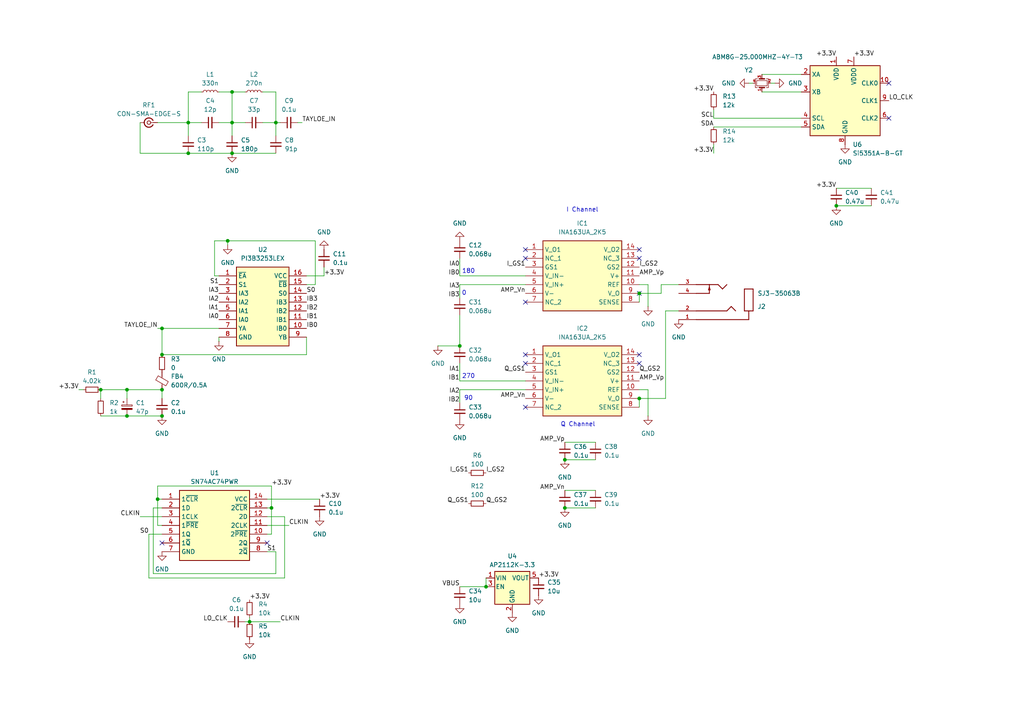
<source format=kicad_sch>
(kicad_sch (version 20231120) (generator "eeschema") (generator_version "8.0")
  (paper "A4")
  (lib_symbols
    (symbol "Connector:Conn_Coaxial_Small" (pin_numbers hide) (pin_names (offset 1.016) hide)
      (property "Reference" "J" (at 0.254 3.048 0))
      (property "Value" "Conn_Coaxial_Small" (at 0 -3.81 0))
      (symbol "Conn_Coaxial_Small_0_1"
        (polyline (pts (xy -2.54 0) (xy -0.508 0)))
        (circle (center 0 0) (radius 0.508) (stroke (width 0.2032)))
      )
      (symbol "Conn_Coaxial_Small_1_1"
        (arc (start -1.1916 -0.6311) (mid 0.327 -1.3081) (end 1.3484 0.0039) (stroke (width 0.3048)))
        (arc (start 1.3484 -0.0039) (mid 0.327 1.3081) (end -1.1916 0.6311) (stroke (width 0.3048)))
        (pin passive line (at -2.54 0 0) (length 1.27) (name "In") (number "1"))
        (pin passive line (at 2.54 0 180) (length 1.27) (name "Ext") (number "2"))
      )
    )
    (symbol "Device:C_Polarized_Small" (pin_numbers hide) (pin_names (offset 0.254) hide)
      (property "Reference" "C" (at 0.254 1.778 0))
      (property "Value" "C_Polarized_Small" (at 0.254 -2.032 0))
      (symbol "C_Polarized_Small_0_1"
        (rectangle (start -1.524 -0.3048) (end 1.524 -0.6858) (fill (type outline)))
        (rectangle (start -1.524 0.6858) (end 1.524 0.3048))
        (polyline (pts (xy -1.27 1.524) (xy -0.762 1.524)))
        (polyline (pts (xy -1.016 1.27) (xy -1.016 1.778)))
      )
      (symbol "C_Polarized_Small_1_1"
        (pin passive line (at 0 2.54 270) (length 1.8542) (name "~") (number "1"))
        (pin passive line (at 0 -2.54 90) (length 1.8542) (name "~") (number "2"))
      )
    )
    (symbol "Device:C_Small" (pin_numbers hide) (pin_names (offset 0.254) hide)
      (property "Reference" "C" (at 0.254 1.778 0))
      (property "Value" "C_Small" (at 0.254 -2.032 0))
      (symbol "C_Small_0_1"
        (polyline (pts (xy -1.524 -0.508) (xy 1.524 -0.508)) (stroke (width 0.3302)))
        (polyline (pts (xy -1.524 0.508) (xy 1.524 0.508)) (stroke (width 0.3048)))
      )
      (symbol "C_Small_1_1"
        (pin passive line (at 0 2.54 270) (length 2.032) (name "~") (number "1"))
        (pin passive line (at 0 -2.54 90) (length 2.032) (name "~") (number "2"))
      )
    )
    (symbol "Device:Crystal_GND24_Small" (pin_names (offset 1.016) hide)
      (property "Reference" "Y" (at 1.27 4.445 0))
      (property "Value" "Crystal_GND24_Small" (at 1.27 2.54 0))
      (symbol "Crystal_GND24_Small_0_1"
        (rectangle (start -0.762 -1.524) (end 0.762 1.524))
        (polyline (pts (xy -1.27 -0.762) (xy -1.27 0.762)) (stroke (width 0.381)))
        (polyline (pts (xy 1.27 -0.762) (xy 1.27 0.762)) (stroke (width 0.381)))
        (polyline (pts (xy -1.27 -1.27) (xy -1.27 -1.905) (xy 1.27 -1.905) (xy 1.27 -1.27)))
        (polyline (pts (xy -1.27 1.27) (xy -1.27 1.905) (xy 1.27 1.905) (xy 1.27 1.27)))
      )
      (symbol "Crystal_GND24_Small_1_1"
        (pin passive line (at -2.54 0 0) (length 1.27) (name "1") (number "1"))
        (pin passive line (at 0 -2.54 90) (length 0.635) (name "2") (number "2"))
        (pin passive line (at 2.54 0 180) (length 1.27) (name "3") (number "3"))
        (pin passive line (at 0 2.54 270) (length 0.635) (name "4") (number "4"))
      )
    )
    (symbol "Device:FerriteBead_Small" (pin_numbers hide) (pin_names (offset 0))
      (property "Reference" "FB" (at 1.905 1.27 0))
      (property "Value" "FerriteBead_Small" (at 1.905 -1.27 0))
      (symbol "FerriteBead_Small_0_1"
        (polyline (pts (xy 0 -1.27) (xy 0 -0.7874)))
        (polyline (pts (xy 0 0.889) (xy 0 1.2954)))
        (polyline (pts (xy -1.8288 0.2794) (xy -1.1176 1.4986) (xy 1.8288 -0.2032) (xy 1.1176 -1.4224) (xy -1.8288 0.2794)))
      )
      (symbol "FerriteBead_Small_1_1"
        (pin passive line (at 0 2.54 270) (length 1.27) (name "~") (number "1"))
        (pin passive line (at 0 -2.54 90) (length 1.27) (name "~") (number "2"))
      )
    )
    (symbol "Device:L_Small" (pin_numbers hide) (pin_names (offset 0.254) hide)
      (property "Reference" "L" (at 0.762 1.016 0))
      (property "Value" "L_Small" (at 0.762 -1.016 0))
      (symbol "L_Small_0_1"
        (arc (start 0 -2.032) (mid 0.5058 -1.524) (end 0 -1.016))
        (arc (start 0 -1.016) (mid 0.5058 -0.508) (end 0 0))
        (arc (start 0 0) (mid 0.5058 0.508) (end 0 1.016))
        (arc (start 0 1.016) (mid 0.5058 1.524) (end 0 2.032))
      )
      (symbol "L_Small_1_1"
        (pin passive line (at 0 2.54 270) (length 0.508) (name "~") (number "1"))
        (pin passive line (at 0 -2.54 90) (length 0.508) (name "~") (number "2"))
      )
    )
    (symbol "Device:R_Small" (pin_numbers hide) (pin_names (offset 0.254) hide)
      (property "Reference" "R" (at 0.762 0.508 0))
      (property "Value" "R_Small" (at 0.762 -1.016 0))
      (symbol "R_Small_0_1"
        (rectangle (start -0.762 1.778) (end 0.762 -1.778) (stroke (width 0.2032)))
      )
      (symbol "R_Small_1_1"
        (pin passive line (at 0 2.54 270) (length 0.762) (name "~") (number "1"))
        (pin passive line (at 0 -2.54 90) (length 0.762) (name "~") (number "2"))
      )
    )
    (symbol "Oscillator:Si5351A-B-GT"
      (property "Reference" "U" (at -8.89 11.43 0))
      (property "Value" "Si5351A-B-GT" (at -12.7 -12.7 0))
      (symbol "Si5351A-B-GT_0_1"
        (rectangle (start -10.16 10.16) (end 10.16 -10.16) (stroke (width 0.254)) (fill (type background)))
      )
      (symbol "Si5351A-B-GT_1_1"
        (pin power_in line (at -2.54 12.7 270) (length 2.54) (name "VDD") (number "1"))
        (pin output line (at 12.7 5.08 180) (length 2.54) (name "CLK0") (number "10"))
        (pin input line (at -12.7 7.62 0) (length 2.54) (name "XA") (number "2"))
        (pin input line (at -12.7 2.54 0) (length 2.54) (name "XB") (number "3"))
        (pin input line (at -12.7 -5.08 0) (length 2.54) (name "SCL") (number "4"))
        (pin bidirectional line (at -12.7 -7.62 0) (length 2.54) (name "SDA") (number "5"))
        (pin output line (at 12.7 -5.08 180) (length 2.54) (name "CLK2") (number "6"))
        (pin power_in line (at 2.54 12.7 270) (length 2.54) (name "VDDO") (number "7"))
        (pin power_in line (at 0 -12.7 90) (length 2.54) (name "GND") (number "8"))
        (pin output line (at 12.7 0 180) (length 2.54) (name "CLK1") (number "9"))
      )
    )
    (symbol "Regulator_Linear:AP2112K-3.3" (pin_names (offset 0.254))
      (property "Reference" "U" (at -5.08 5.715 0))
      (property "Value" "AP2112K-3.3" (at 0 5.715 0))
      (symbol "AP2112K-3.3_0_1"
        (rectangle (start -5.08 4.445) (end 5.08 -5.08) (stroke (width 0.254)) (fill (type background)))
      )
      (symbol "AP2112K-3.3_1_1"
        (pin power_in line (at -7.62 2.54 0) (length 2.54) (name "VIN") (number "1"))
        (pin power_in line (at 0 -7.62 90) (length 2.54) (name "GND") (number "2"))
        (pin input line (at -7.62 0 0) (length 2.54) (name "EN") (number "3"))
        (pin no_connect line (at 5.08 0 180) (length 2.54) hide (name "NC") (number "4"))
        (pin power_out line (at 7.62 2.54 180) (length 2.54) (name "VOUT") (number "5"))
      )
    )
    (symbol "power:GND" (power) (pin_numbers hide) (pin_names (offset 0) hide)
      (property "Value" "GND" (at 0 -3.81 0))
      (symbol "GND_0_1"
        (polyline (pts (xy 0 0) (xy 0 -1.27) (xy 1.27 -1.27) (xy 0 -2.54) (xy -1.27 -1.27) (xy 0 -1.27)))
      )
      (symbol "GND_1_1"
        (pin power_in line (at 0 0 270) (length 0) (name "~") (number "1"))
      )
    )
    (symbol "tayloe:INA163UA_2K5"
      (property "Reference" "IC" (at 29.21 7.62 0))
      (property "Value" "INA163UA_2K5" (at 29.21 5.08 0))
      (symbol "INA163UA_2K5_1_1"
        (rectangle (start 5.08 2.54) (end 27.94 -17.78) (stroke (width 0.254)) (fill (type background)))
        (pin passive line (at 0 0 0) (length 5.08) (name "V_O1") (number "1"))
        (pin passive line (at 33.02 -10.16 180) (length 5.08) (name "REF") (number "10"))
        (pin passive line (at 33.02 -7.62 180) (length 5.08) (name "V+") (number "11"))
        (pin passive line (at 33.02 -5.08 180) (length 5.08) (name "GS2") (number "12"))
        (pin passive line (at 33.02 -2.54 180) (length 5.08) (name "NC_3") (number "13"))
        (pin passive line (at 33.02 0 180) (length 5.08) (name "V_O2") (number "14"))
        (pin passive line (at 0 -2.54 0) (length 5.08) (name "NC_1") (number "2"))
        (pin passive line (at 0 -5.08 0) (length 5.08) (name "GS1") (number "3"))
        (pin passive line (at 0 -7.62 0) (length 5.08) (name "V_IN-") (number "4"))
        (pin passive line (at 0 -10.16 0) (length 5.08) (name "V_IN+") (number "5"))
        (pin passive line (at 0 -12.7 0) (length 5.08) (name "V-") (number "6"))
        (pin passive line (at 0 -15.24 0) (length 5.08) (name "NC_2") (number "7"))
        (pin passive line (at 33.02 -15.24 180) (length 5.08) (name "SENSE") (number "8"))
        (pin passive line (at 33.02 -12.7 180) (length 5.08) (name "V_O") (number "9"))
      )
    )
    (symbol "tayloe:PI3B3253LEX"
      (property "Reference" "U" (at 21.59 7.62 0))
      (property "Value" "PI3B3253LEX" (at 21.59 5.08 0))
      (symbol "PI3B3253LEX_1_1"
        (rectangle (start 5.08 2.54) (end 20.32 -20.32) (stroke (width 0.254)) (fill (type background)))
        (pin passive line (at 0 0 0) (length 5.08) (name "~{EA}") (number "1"))
        (pin passive line (at 25.4 -15.24 180) (length 5.08) (name "IB0") (number "10"))
        (pin passive line (at 25.4 -12.7 180) (length 5.08) (name "IB1") (number "11"))
        (pin passive line (at 25.4 -10.16 180) (length 5.08) (name "IB2") (number "12"))
        (pin passive line (at 25.4 -7.62 180) (length 5.08) (name "IB3") (number "13"))
        (pin passive line (at 25.4 -5.08 180) (length 5.08) (name "S0") (number "14"))
        (pin passive line (at 25.4 -2.54 180) (length 5.08) (name "~{EB}") (number "15"))
        (pin passive line (at 25.4 0 180) (length 5.08) (name "VCC") (number "16"))
        (pin passive line (at 0 -2.54 0) (length 5.08) (name "S1") (number "2"))
        (pin passive line (at 0 -5.08 0) (length 5.08) (name "IA3") (number "3"))
        (pin passive line (at 0 -7.62 0) (length 5.08) (name "IA2") (number "4"))
        (pin passive line (at 0 -10.16 0) (length 5.08) (name "IA1") (number "5"))
        (pin passive line (at 0 -12.7 0) (length 5.08) (name "IA0") (number "6"))
        (pin passive line (at 0 -15.24 0) (length 5.08) (name "YA") (number "7"))
        (pin passive line (at 0 -17.78 0) (length 5.08) (name "GND") (number "8"))
        (pin passive line (at 25.4 -17.78 180) (length 5.08) (name "YB") (number "9"))
      )
    )
    (symbol "tayloe:SJ3-35063B" (pin_names (offset 1.016) hide)
      (property "Reference" "J" (at -10.16 7.62 0))
      (property "Value" "SJ3-35063B" (at -10.16 -7.62 0))
      (symbol "SJ3-35063B_0_0"
        (polyline (pts (xy -8.89 -3.81) (xy -8.89 2.54)) (stroke (width 0.254)))
        (polyline (pts (xy -8.89 2.54) (xy -7.62 2.54)) (stroke (width 0.254)))
        (polyline (pts (xy -7.62 2.54) (xy -7.62 5.08)) (stroke (width 0.254)))
        (polyline (pts (xy -7.62 2.54) (xy -6.35 2.54)) (stroke (width 0.254)))
        (polyline (pts (xy -7.62 5.08) (xy 7.62 5.08)) (stroke (width 0.254)))
        (polyline (pts (xy -6.35 -3.81) (xy -8.89 -3.81)) (stroke (width 0.254)))
        (polyline (pts (xy -6.35 2.54) (xy -6.35 -3.81)) (stroke (width 0.254)))
        (polyline (pts (xy -3.81 2.54) (xy -2.54 1.27)) (stroke (width 0.254)))
        (polyline (pts (xy -2.54 1.27) (xy -1.27 2.54)) (stroke (width 0.254)))
        (polyline (pts (xy -1.27 -5.08) (xy 0 -3.81)) (stroke (width 0.254)))
        (polyline (pts (xy -1.27 2.54) (xy 7.62 2.54)) (stroke (width 0.254)))
        (polyline (pts (xy 0 -3.81) (xy 1.27 -5.08)) (stroke (width 0.254)))
        (polyline (pts (xy 1.27 -5.08) (xy 3.81 -5.08)) (stroke (width 0.254)))
        (polyline (pts (xy 3.81 -5.08) (xy 7.62 -5.08)) (stroke (width 0.254)))
        (polyline (pts (xy 3.81 -2.54) (xy 3.81 -5.08)) (stroke (width 0.254)))
        (polyline (pts (xy 3.81 -2.54) (xy 7.62 -2.54)) (stroke (width 0.254)))
        (polyline (pts (xy 3.81 -4.318) (xy 4.064 -3.556) (xy 3.556 -3.556) (xy 3.81 -4.318)) (stroke (width 0.254)) (fill (type background)))
        (pin passive line (at 12.7 5.08 180) (length 5.08) (name "~") (number "1"))
        (pin passive line (at 12.7 2.54 180) (length 5.08) (name "~") (number "2"))
        (pin passive line (at 12.7 -5.08 180) (length 5.08) (name "~") (number "3"))
        (pin passive line (at 12.7 -2.54 180) (length 5.08) (name "~") (number "4"))
      )
    )
    (symbol "tayloe:SN74AC74PWR"
      (property "Reference" "U" (at 26.67 7.62 0))
      (property "Value" "SN74AC74PWR" (at 26.67 5.08 0))
      (symbol "SN74AC74PWR_1_1"
        (rectangle (start 5.08 2.54) (end 25.4 -17.78) (stroke (width 0.254)) (fill (type background)))
        (pin passive line (at 0 0 0) (length 5.08) (name "1~{CLR}") (number "1"))
        (pin passive line (at 30.48 -10.16 180) (length 5.08) (name "2~{PRE}") (number "10"))
        (pin passive line (at 30.48 -7.62 180) (length 5.08) (name "2CLK") (number "11"))
        (pin passive line (at 30.48 -5.08 180) (length 5.08) (name "2D") (number "12"))
        (pin passive line (at 30.48 -2.54 180) (length 5.08) (name "2~{CLR}") (number "13"))
        (pin passive line (at 30.48 0 180) (length 5.08) (name "VCC") (number "14"))
        (pin passive line (at 0 -2.54 0) (length 5.08) (name "1D") (number "2"))
        (pin passive line (at 0 -5.08 0) (length 5.08) (name "1CLK") (number "3"))
        (pin passive line (at 0 -7.62 0) (length 5.08) (name "1~{PRE}") (number "4"))
        (pin passive line (at 0 -10.16 0) (length 5.08) (name "1Q") (number "5"))
        (pin passive line (at 0 -12.7 0) (length 5.08) (name "1~{Q}") (number "6"))
        (pin passive line (at 0 -15.24 0) (length 5.08) (name "GND") (number "7"))
        (pin passive line (at 30.48 -15.24 180) (length 5.08) (name "2~{Q}") (number "8"))
        (pin passive line (at 30.48 -12.7 180) (length 5.08) (name "2Q") (number "9"))
      )
    )
  )
  (junction (at 140.97 170.18))
  (junction (at 66.04 69.85))
  (junction (at 185.42 85.09))
  (junction (at 67.31 44.45))
  (junction (at 45.72 144.78))
  (junction (at 54.61 35.56))
  (junction (at 46.99 120.65))
  (junction (at 163.83 133.35))
  (junction (at 46.99 113.03))
  (junction (at 67.31 26.67))
  (junction (at 72.39 180.34))
  (junction (at 67.31 35.56))
  (junction (at 46.99 95.25))
  (junction (at 80.01 35.56))
  (junction (at 46.99 102.87))
  (junction (at 163.83 147.32))
  (junction (at 78.74 147.32))
  (junction (at 29.21 113.03))
  (junction (at 185.42 115.57))
  (junction (at 36.83 120.65))
  (junction (at 242.57 59.69))
  (junction (at 54.61 44.45))
  (junction (at 36.83 113.03))
  (junction (at 133.35 100.33))
  (no_connect (at 257.81 24.13))
  (no_connect (at 152.4 105.41))
  (no_connect (at 77.47 157.48))
  (no_connect (at 185.42 102.87))
  (no_connect (at 46.99 157.48))
  (no_connect (at 185.42 105.41))
  (no_connect (at 185.42 85.09))
  (no_connect (at 152.4 118.11))
  (no_connect (at 152.4 74.93))
  (no_connect (at 152.4 87.63))
  (no_connect (at 152.4 72.39))
  (no_connect (at 257.81 34.29))
  (no_connect (at 185.42 74.93))
  (no_connect (at 185.42 72.39))
  (no_connect (at 152.4 102.87))
  (wire (pts (xy 45.72 95.25) (xy 46.99 95.25)))
  (wire (pts (xy 67.31 35.56) (xy 71.12 35.56)))
  (wire (pts (xy 45.72 144.78) (xy 45.72 140.97)))
  (wire (pts (xy 217.17 24.13) (xy 218.44 24.13)))
  (wire (pts (xy 78.74 154.94) (xy 77.47 154.94)))
  (wire (pts (xy 133.35 170.18) (xy 140.97 170.18)))
  (wire (pts (xy 80.01 26.67) (xy 80.01 35.56)))
  (wire (pts (xy 80.01 160.02) (xy 77.47 160.02)))
  (wire (pts (xy 185.42 85.09) (xy 185.42 87.63)))
  (wire (pts (xy 77.47 144.78) (xy 92.71 144.78)))
  (wire (pts (xy 72.39 180.34) (xy 81.28 180.34)))
  (wire (pts (xy 40.64 149.86) (xy 46.99 149.86)))
  (wire (pts (xy 207.01 34.29) (xy 232.41 34.29)))
  (wire (pts (xy 163.83 142.24) (xy 172.72 142.24)))
  (wire (pts (xy 133.35 74.93) (xy 133.35 80.01)))
  (wire (pts (xy 36.83 115.57) (xy 36.83 113.03)))
  (wire (pts (xy 54.61 35.56) (xy 54.61 26.67)))
  (wire (pts (xy 78.74 140.97) (xy 78.74 147.32)))
  (wire (pts (xy 220.98 26.67) (xy 232.41 26.67)))
  (wire (pts (xy 54.61 44.45) (xy 67.31 44.45)))
  (wire (pts (xy 36.83 113.03) (xy 46.99 113.03)))
  (wire (pts (xy 72.39 180.34) (xy 71.12 180.34)))
  (wire (pts (xy 77.47 147.32) (xy 78.74 147.32)))
  (wire (pts (xy 62.23 69.85) (xy 66.04 69.85)))
  (wire (pts (xy 40.64 35.56) (xy 40.64 44.45)))
  (wire (pts (xy 187.96 82.55) (xy 187.96 88.9)))
  (wire (pts (xy 46.99 113.03) (xy 46.99 115.57)))
  (wire (pts (xy 133.35 80.01) (xy 152.4 80.01)))
  (wire (pts (xy 67.31 35.56) (xy 67.31 39.37)))
  (wire (pts (xy 72.39 179.07) (xy 72.39 180.34)))
  (wire (pts (xy 224.79 24.13) (xy 223.52 24.13)))
  (wire (pts (xy 80.01 35.56) (xy 80.01 39.37)))
  (wire (pts (xy 54.61 39.37) (xy 54.61 35.56)))
  (wire (pts (xy 185.42 82.55) (xy 187.96 82.55)))
  (wire (pts (xy 93.98 77.47) (xy 93.98 80.01)))
  (wire (pts (xy 66.04 71.12) (xy 66.04 69.85)))
  (wire (pts (xy 185.42 85.09) (xy 191.77 85.09)))
  (wire (pts (xy 24.13 113.03) (xy 22.86 113.03)))
  (wire (pts (xy 207.01 36.83) (xy 232.41 36.83)))
  (wire (pts (xy 185.42 115.57) (xy 185.42 118.11)))
  (wire (pts (xy 77.47 149.86) (xy 82.55 149.86)))
  (wire (pts (xy 80.01 166.37) (xy 80.01 160.02)))
  (wire (pts (xy 127 100.33) (xy 133.35 100.33)))
  (wire (pts (xy 88.9 80.01) (xy 93.98 80.01)))
  (wire (pts (xy 81.28 35.56) (xy 80.01 35.56)))
  (wire (pts (xy 43.18 154.94) (xy 46.99 154.94)))
  (wire (pts (xy 29.21 120.65) (xy 36.83 120.65)))
  (wire (pts (xy 46.99 144.78) (xy 45.72 144.78)))
  (wire (pts (xy 185.42 115.57) (xy 193.04 115.57)))
  (wire (pts (xy 207.01 31.75) (xy 207.01 34.29)))
  (wire (pts (xy 40.64 44.45) (xy 54.61 44.45)))
  (wire (pts (xy 46.99 95.25) (xy 63.5 95.25)))
  (wire (pts (xy 133.35 100.33) (xy 133.35 91.44)))
  (wire (pts (xy 36.83 120.65) (xy 46.99 120.65)))
  (wire (pts (xy 140.97 167.64) (xy 140.97 170.18)))
  (wire (pts (xy 66.04 69.85) (xy 91.44 69.85)))
  (wire (pts (xy 45.72 35.56) (xy 54.61 35.56)))
  (wire (pts (xy 91.44 69.85) (xy 91.44 82.55)))
  (wire (pts (xy 54.61 26.67) (xy 58.42 26.67)))
  (wire (pts (xy 193.04 90.17) (xy 193.04 115.57)))
  (wire (pts (xy 207.01 41.91) (xy 207.01 44.45)))
  (wire (pts (xy 67.31 44.45) (xy 80.01 44.45)))
  (wire (pts (xy 46.99 147.32) (xy 44.45 147.32)))
  (wire (pts (xy 163.83 128.27) (xy 172.72 128.27)))
  (wire (pts (xy 45.72 152.4) (xy 46.99 152.4)))
  (wire (pts (xy 242.57 54.61) (xy 252.73 54.61)))
  (wire (pts (xy 46.99 95.25) (xy 46.99 102.87)))
  (wire (pts (xy 191.77 82.55) (xy 196.85 82.55)))
  (wire (pts (xy 63.5 80.01) (xy 62.23 80.01)))
  (wire (pts (xy 43.18 167.64) (xy 82.55 167.64)))
  (wire (pts (xy 242.57 59.69) (xy 252.73 59.69)))
  (wire (pts (xy 63.5 99.06) (xy 63.5 97.79)))
  (wire (pts (xy 163.83 133.35) (xy 172.72 133.35)))
  (wire (pts (xy 63.5 26.67) (xy 67.31 26.67)))
  (wire (pts (xy 29.21 113.03) (xy 36.83 113.03)))
  (wire (pts (xy 67.31 26.67) (xy 67.31 35.56)))
  (wire (pts (xy 152.4 113.03) (xy 133.35 113.03)))
  (wire (pts (xy 46.99 102.87) (xy 88.9 102.87)))
  (wire (pts (xy 196.85 90.17) (xy 193.04 90.17)))
  (wire (pts (xy 87.63 35.56) (xy 86.36 35.56)))
  (wire (pts (xy 43.18 167.64) (xy 43.18 154.94)))
  (wire (pts (xy 29.21 113.03) (xy 29.21 115.57)))
  (wire (pts (xy 82.55 149.86) (xy 82.55 167.64)))
  (wire (pts (xy 220.98 21.59) (xy 232.41 21.59)))
  (wire (pts (xy 62.23 80.01) (xy 62.23 69.85)))
  (wire (pts (xy 163.83 147.32) (xy 172.72 147.32)))
  (wire (pts (xy 133.35 82.55) (xy 133.35 86.36)))
  (wire (pts (xy 76.2 35.56) (xy 80.01 35.56)))
  (wire (pts (xy 44.45 166.37) (xy 80.01 166.37)))
  (wire (pts (xy 54.61 35.56) (xy 58.42 35.56)))
  (wire (pts (xy 133.35 113.03) (xy 133.35 116.84)))
  (wire (pts (xy 45.72 140.97) (xy 78.74 140.97)))
  (wire (pts (xy 44.45 147.32) (xy 44.45 166.37)))
  (wire (pts (xy 77.47 152.4) (xy 83.82 152.4)))
  (wire (pts (xy 88.9 97.79) (xy 88.9 102.87)))
  (wire (pts (xy 67.31 26.67) (xy 71.12 26.67)))
  (wire (pts (xy 133.35 110.49) (xy 152.4 110.49)))
  (wire (pts (xy 45.72 144.78) (xy 45.72 152.4)))
  (wire (pts (xy 187.96 113.03) (xy 187.96 120.65)))
  (wire (pts (xy 185.42 113.03) (xy 187.96 113.03)))
  (wire (pts (xy 78.74 147.32) (xy 78.74 154.94)))
  (wire (pts (xy 152.4 82.55) (xy 133.35 82.55)))
  (wire (pts (xy 63.5 35.56) (xy 67.31 35.56)))
  (wire (pts (xy 191.77 85.09) (xy 191.77 82.55)))
  (wire (pts (xy 133.35 105.41) (xy 133.35 110.49)))
  (wire (pts (xy 91.44 82.55) (xy 88.9 82.55)))
  (wire (pts (xy 76.2 26.67) (xy 80.01 26.67)))
  (text "180" (at 135.89 78.74 0) (effects (font (size 1.27 1.27))))
  (text "I Channel" (at 168.91 60.96 0) (effects (font (size 1.27 1.27))))
  (text "Q Channel" (at 167.64 123.19 0) (effects (font (size 1.27 1.27))))
  (text "90" (at 135.89 115.57 0) (effects (font (size 1.27 1.27))))
  (text "0" (at 134.62 85.09 0) (effects (font (size 1.27 1.27))))
  (text "270" (at 135.89 109.22 0) (effects (font (size 1.27 1.27))))
  (label "S0" (at 43.18 154.94 180))
  (label "AMP_Vp" (at 185.42 80.01 0))
  (label "AMP_Vp" (at 163.83 128.27 180))
  (label "S1" (at 77.47 160.02 0))
  (label "SDA" (at 207.01 36.83 180))
  (label "S1" (at 63.5 82.55 180))
  (label "I_GS2" (at 140.97 137.16 0))
  (label "AMP_Vn" (at 152.4 85.09 180))
  (label "Q_GS1" (at 135.89 146.05 180))
  (label "S0" (at 88.9 85.09 0))
  (label "IA0" (at 133.35 77.47 180))
  (label "CLKIN" (at 83.82 152.4 0))
  (label "LO_CLK" (at 66.04 180.34 180))
  (label "IA3" (at 63.5 85.09 180))
  (label "I_GS2" (at 185.42 77.47 0))
  (label "+3.3V" (at 22.86 113.03 180))
  (label "SCL" (at 207.01 34.29 180))
  (label "I_GS1" (at 152.4 77.47 180))
  (label "+3.3V" (at 156.21 167.64 0))
  (label "+3.3V" (at 242.57 54.61 180))
  (label "AMP_Vn" (at 163.83 142.24 180))
  (label "IB3" (at 88.9 87.63 0))
  (label "Q_GS2" (at 140.97 146.05 0))
  (label "AMP_Vn" (at 152.4 115.57 180))
  (label "IB0" (at 88.9 95.25 0))
  (label "+3.3V" (at 207.01 44.45 180))
  (label "IB3" (at 133.35 86.36 180))
  (label "IA2" (at 133.35 114.3 180))
  (label "VBUS" (at 133.35 170.18 180))
  (label "Q_GS2" (at 185.42 107.95 0))
  (label "IA1" (at 133.35 107.95 180))
  (label "I_GS1" (at 135.89 137.16 180))
  (label "IA0" (at 63.5 92.71 180))
  (label "CLKIN" (at 40.64 149.86 180))
  (label "+3.3V" (at 78.74 140.97 0))
  (label "IA3" (at 133.35 83.82 180))
  (label "IA1" (at 63.5 90.17 180))
  (label "+3.3V" (at 93.98 80.01 0))
  (label "+3.3V" (at 242.57 16.51 180))
  (label "IB2" (at 133.35 116.84 180))
  (label "+3.3V" (at 72.39 173.99 0))
  (label "TAYLOE_IN" (at 45.72 95.25 180))
  (label "CLKIN" (at 81.28 180.34 0))
  (label "IA2" (at 63.5 87.63 180))
  (label "IB1" (at 133.35 110.49 180))
  (label "+3.3V" (at 247.65 16.51 0))
  (label "Q_GS1" (at 152.4 107.95 180))
  (label "IB2" (at 88.9 90.17 0))
  (label "IB1" (at 88.9 92.71 0))
  (label "+3.3V" (at 92.71 144.78 0))
  (label "TAYLOE_IN" (at 87.63 35.56 0))
  (label "+3.3V" (at 207.01 26.67 180))
  (label "IB0" (at 133.35 80.01 180))
  (label "LO_CLK" (at 257.81 29.21 0))
  (label "AMP_Vp" (at 185.42 110.49 0))
  (symbol (lib_id "Device:C_Small") (at 163.83 144.78 0) (unit 1)
    (property "Reference" "C37" (at 166.37 143.5162 0) (effects (justify left)))
    (property "Value" "0.1u" (at 166.37 146.0562 0) (effects (justify left)))
    (property "Footprint" "Capacitor_SMD:C_1206_3216Metric_Pad1.33x1.80mm_HandSolder" (effects (hide yes)))
    (property "Description" "Unpolarized capacitor, small symbol" (effects (hide yes)))
  )
  (symbol (lib_id "Device:C_Polarized_Small") (at 36.83 118.11 0) (unit 1)
    (property "Reference" "C1" (at 39.37 116.84 0) (effects (justify left)))
    (property "Value" "47p" (at 39.37 119.38 0) (effects (justify left)))
    (property "Footprint" "Capacitor_SMD:CP_Elec_5x5.3" (effects (hide yes)))
    (property "Description" "Polarized capacitor, small symbol" (effects (hide yes)))
  )
  (symbol (lib_id "Device:C_Small") (at 93.98 74.93 0) (unit 1)
    (property "Reference" "C11" (at 96.52 73.6662 0) (effects (justify left)))
    (property "Value" "0.1u" (at 96.52 76.2062 0) (effects (justify left)))
    (property "Footprint" "Capacitor_SMD:C_1206_3216Metric_Pad1.33x1.80mm_HandSolder" (effects (hide yes)))
    (property "Description" "Unpolarized capacitor, small symbol" (effects (hide yes)))
  )
  (symbol (lib_id "Device:C_Small") (at 80.01 41.91 0) (unit 1)
    (property "Reference" "C8" (at 82.55 40.6462 0) (effects (justify left)))
    (property "Value" "91p" (at 82.55 43.1862 0) (effects (justify left)))
    (property "Footprint" "Capacitor_SMD:C_1206_3216Metric_Pad1.33x1.80mm_HandSolder" (effects (hide yes)))
    (property "Description" "Unpolarized capacitor, small symbol" (effects (hide yes)))
  )
  (symbol (lib_id "tayloe:SJ3-35063B") (at 209.55 87.63 180) (unit 1)
    (property "Reference" "J2" (at 219.71 88.9 0) (effects (justify right)))
    (property "Value" "SJ3-35063B" (at 219.71 85.09 0) (effects (justify right)))
    (property "Footprint" "tayloe:SAMESKY_SJ3-35063B" (effects (hide yes)))
    (property "PARTREV" "1.0" (effects (hide yes)))
    (property "STANDARD" "Manufacturer Recommendations" (effects (hide yes)))
    (property "MAXIMUM_PACKAGE_HEIGHT" "5.325mm" (effects (hide yes)))
    (property "MANUFACTURER" "Same Sky" (effects (hide yes)))
  )
  (symbol (lib_id "power:GND") (at 133.35 121.92 0) (unit 1)
    (property "Reference" "#PWR011" (effects (hide yes)))
    (property "Value" "GND" (at 133.35 127 0))
    (property "Description" "Power symbol creates a global label with name \"GND\" , ground" (effects (hide yes)))
  )
  (symbol (lib_id "power:GND") (at 46.99 120.65 0) (unit 1)
    (property "Reference" "#PWR01" (effects (hide yes)))
    (property "Value" "GND" (at 46.99 125.73 0))
    (property "Description" "Power symbol creates a global label with name \"GND\" , ground" (effects (hide yes)))
  )
  (symbol (lib_id "power:GND") (at 72.39 185.42 0) (unit 1)
    (property "Reference" "#PWR06" (effects (hide yes)))
    (property "Value" "GND" (at 72.39 190.5 0))
    (property "Description" "Power symbol creates a global label with name \"GND\" , ground" (effects (hide yes)))
  )
  (symbol (lib_id "power:GND") (at 46.99 160.02 0) (unit 1)
    (property "Reference" "#PWR02" (effects (hide yes)))
    (property "Value" "GND" (at 46.99 165.1 0))
    (property "Description" "Power symbol creates a global label with name \"GND\" , ground" (effects (hide yes)))
  )
  (symbol (lib_id "Device:C_Small") (at 163.83 130.81 0) (unit 1)
    (property "Reference" "C36" (at 166.37 129.5462 0) (effects (justify left)))
    (property "Value" "0.1u" (at 166.37 132.0862 0) (effects (justify left)))
    (property "Footprint" "Capacitor_SMD:C_1206_3216Metric_Pad1.33x1.80mm_HandSolder" (effects (hide yes)))
    (property "Description" "Unpolarized capacitor, small symbol" (effects (hide yes)))
  )
  (symbol (lib_id "Device:R_Small") (at 138.43 146.05 90) (unit 1)
    (property "Reference" "R12" (at 138.43 140.97 90))
    (property "Value" "100" (at 138.43 143.51 90))
    (property "Footprint" "Resistor_SMD:R_1206_3216Metric_Pad1.30x1.75mm_HandSolder" (effects (hide yes)))
    (property "Description" "Resistor, small symbol" (effects (hide yes)))
  )
  (symbol (lib_id "Device:C_Small") (at 172.72 144.78 0) (unit 1)
    (property "Reference" "C39" (at 175.26 143.5162 0) (effects (justify left)))
    (property "Value" "0.1u" (at 175.26 146.0562 0) (effects (justify left)))
    (property "Footprint" "Capacitor_SMD:C_1206_3216Metric_Pad1.33x1.80mm_HandSolder" (effects (hide yes)))
    (property "Description" "Unpolarized capacitor, small symbol" (effects (hide yes)))
  )
  (symbol (lib_id "Device:C_Small") (at 242.57 57.15 0) (unit 1)
    (property "Reference" "C40" (at 245.11 55.8862 0) (effects (justify left)))
    (property "Value" "0.47u" (at 245.11 58.4262 0) (effects (justify left)))
    (property "Footprint" "Capacitor_SMD:C_1206_3216Metric_Pad1.33x1.80mm_HandSolder" (effects (hide yes)))
    (property "Description" "Unpolarized capacitor, small symbol" (effects (hide yes)))
  )
  (symbol (lib_id "power:GND") (at 224.79 24.13 90) (unit 1)
    (property "Reference" "#PWR044" (effects (hide yes)))
    (property "Value" "GND" (at 228.6 24.1299 90) (effects (justify right)))
    (property "Description" "Power symbol creates a global label with name \"GND\" , ground" (effects (hide yes)))
  )
  (symbol (lib_id "power:GND") (at 66.04 71.12 0) (unit 1)
    (property "Reference" "#PWR04" (effects (hide yes)))
    (property "Value" "GND" (at 66.04 76.2 0))
    (property "Description" "Power symbol creates a global label with name \"GND\" , ground" (effects (hide yes)))
  )
  (symbol (lib_id "power:GND") (at 148.59 177.8 0) (unit 1)
    (property "Reference" "#PWR013" (effects (hide yes)))
    (property "Value" "GND" (at 148.59 182.88 0))
    (property "Description" "Power symbol creates a global label with name \"GND\" , ground" (effects (hide yes)))
  )
  (symbol (lib_id "power:GND") (at 133.35 69.85 180) (unit 1)
    (property "Reference" "#PWR010" (effects (hide yes)))
    (property "Value" "GND" (at 133.35 64.77 0))
    (property "Description" "Power symbol creates a global label with name \"GND\" , ground" (effects (hide yes)))
  )
  (symbol (lib_id "Device:C_Small") (at 172.72 130.81 0) (unit 1)
    (property "Reference" "C38" (at 175.26 129.5462 0) (effects (justify left)))
    (property "Value" "0.1u" (at 175.26 132.0862 0) (effects (justify left)))
    (property "Footprint" "Capacitor_SMD:C_1206_3216Metric_Pad1.33x1.80mm_HandSolder" (effects (hide yes)))
    (property "Description" "Unpolarized capacitor, small symbol" (effects (hide yes)))
  )
  (symbol (lib_id "Device:C_Small") (at 73.66 35.56 90) (unit 1)
    (property "Reference" "C7" (at 73.6663 29.21 90))
    (property "Value" "33p" (at 73.6663 31.75 90))
    (property "Footprint" "Capacitor_SMD:C_1206_3216Metric_Pad1.33x1.80mm_HandSolder" (effects (hide yes)))
    (property "Description" "Unpolarized capacitor, small symbol" (effects (hide yes)))
  )
  (symbol (lib_id "power:GND") (at 187.96 120.65 0) (unit 1)
    (property "Reference" "#PWR041" (effects (hide yes)))
    (property "Value" "GND" (at 187.96 125.73 0))
    (property "Description" "Power symbol creates a global label with name \"GND\" , ground" (effects (hide yes)))
  )
  (symbol (lib_id "Device:C_Small") (at 252.73 57.15 0) (unit 1)
    (property "Reference" "C41" (at 255.27 55.8862 0) (effects (justify left)))
    (property "Value" "0.47u" (at 255.27 58.4262 0) (effects (justify left)))
    (property "Footprint" "Capacitor_SMD:C_1206_3216Metric_Pad1.33x1.80mm_HandSolder" (effects (hide yes)))
    (property "Description" "Unpolarized capacitor, small symbol" (effects (hide yes)))
  )
  (symbol (lib_id "power:GND") (at 92.71 149.86 0) (unit 1)
    (property "Reference" "#PWR07" (effects (hide yes)))
    (property "Value" "GND" (at 92.71 154.94 0))
    (property "Description" "Power symbol creates a global label with name \"GND\" , ground" (effects (hide yes)))
  )
  (symbol (lib_id "Device:C_Small") (at 54.61 41.91 0) (unit 1)
    (property "Reference" "C3" (at 57.15 40.6462 0) (effects (justify left)))
    (property "Value" "110p" (at 57.15 43.1862 0) (effects (justify left)))
    (property "Footprint" "Capacitor_SMD:C_1206_3216Metric_Pad1.33x1.80mm_HandSolder" (effects (hide yes)))
    (property "Description" "Unpolarized capacitor, small symbol" (effects (hide yes)))
  )
  (symbol (lib_id "power:GND") (at 242.57 59.69 0) (unit 1)
    (property "Reference" "#PWR045" (effects (hide yes)))
    (property "Value" "GND" (at 242.57 64.77 0))
    (property "Description" "Power symbol creates a global label with name \"GND\" , ground" (effects (hide yes)))
  )
  (symbol (lib_id "tayloe:PI3B3253LEX") (at 63.5 80.01 0) (unit 1)
    (property "Reference" "U2" (at 76.2 72.39 0))
    (property "Value" "PI3B3253LEX" (at 76.2 74.93 0))
    (property "Footprint" "Package_SO:TSSOP-16_4.4x5mm_P0.65mm" (effects (hide yes)))
    (property "Datasheet" "https://www.diodes.com//assets/Datasheets/PI3B3253.pdf" (effects (hide yes)))
    (property "Description" "3.3V, Dual 4:1 Mux/DeMux NanoSwitch" (effects (hide yes)))
    (property "Height" "1.2" (effects (hide yes)))
    (property "Mouser Part Number" "729-PI3B3253LEX" (effects (hide yes)))
    (property "Mouser Price/Stock" "https://www.mouser.co.uk/ProductDetail/Diodes-Incorporated/PI3B3253LEX?qs=hFKXOjF5Mkaqwx0CmG7bzQ%3D%3D" (effects (hide yes)))
    (property "Manufacturer_Name" "Diodes Incorporated" (effects (hide yes)))
    (property "Manufacturer_Part_Number" "PI3B3253LEX" (effects (hide yes)))
  )
  (symbol (lib_id "Device:C_Small") (at 46.99 118.11 0) (unit 1)
    (property "Reference" "C2" (at 49.53 116.8462 0) (effects (justify left)))
    (property "Value" "0.1u" (at 49.53 119.3862 0) (effects (justify left)))
    (property "Footprint" "Capacitor_SMD:C_1206_3216Metric_Pad1.33x1.80mm_HandSolder" (effects (hide yes)))
    (property "Description" "Unpolarized capacitor, small symbol" (effects (hide yes)))
  )
  (symbol (lib_id "Device:R_Small") (at 29.21 118.11 180) (unit 1)
    (property "Reference" "R2" (at 31.75 116.8399 0) (effects (justify right)))
    (property "Value" "1k" (at 31.75 119.3799 0) (effects (justify right)))
    (property "Footprint" "Resistor_SMD:R_1206_3216Metric_Pad1.30x1.75mm_HandSolder" (effects (hide yes)))
    (property "Description" "Resistor, small symbol" (effects (hide yes)))
  )
  (symbol (lib_id "power:GND") (at 156.21 172.72 0) (unit 1)
    (property "Reference" "#PWR014" (effects (hide yes)))
    (property "Value" "GND" (at 156.21 177.8 0))
    (property "Description" "Power symbol creates a global label with name \"GND\" , ground" (effects (hide yes)))
  )
  (symbol (lib_id "Device:FerriteBead_Small") (at 46.99 110.49 0) (unit 1)
    (property "Reference" "FB4" (at 49.53 109.1818 0) (effects (justify left)))
    (property "Value" "600R/0.5A" (at 49.53 111.7218 0) (effects (justify left)))
    (property "Footprint" "Inductor_SMD:L_1206_3216Metric_Pad1.22x1.90mm_HandSolder" (effects (hide yes)))
    (property "Description" "Ferrite bead, small symbol" (effects (hide yes)))
  )
  (symbol (lib_id "Regulator_Linear:AP2112K-3.3") (at 148.59 170.18 0) (unit 1)
    (property "Reference" "U4" (at 148.59 161.29 0))
    (property "Value" "AP2112K-3.3" (at 148.59 163.83 0))
    (property "Footprint" "Package_TO_SOT_SMD:SOT-23-5" (effects (hide yes)))
    (property "Datasheet" "https://www.diodes.com/assets/Datasheets/AP2112.pdf" (effects (hide yes)))
    (property "Description" "600mA low dropout linear regulator, with enable pin, 3.8V-6V input voltage range, 3.3V fixed positive output, SOT-23-5" (effects (hide yes)))
  )
  (symbol (lib_id "Device:R_Small") (at 72.39 182.88 0) (unit 1)
    (property "Reference" "R5" (at 74.93 181.6099 0) (effects (justify left)))
    (property "Value" "10k" (at 74.93 184.1499 0) (effects (justify left)))
    (property "Footprint" "Resistor_SMD:R_1206_3216Metric_Pad1.30x1.75mm_HandSolder" (effects (hide yes)))
    (property "Description" "Resistor, small symbol" (effects (hide yes)))
  )
  (symbol (lib_id "Device:C_Small") (at 156.21 170.18 0) (unit 1)
    (property "Reference" "C35" (at 158.75 168.9162 0) (effects (justify left)))
    (property "Value" "10u" (at 158.75 171.4562 0) (effects (justify left)))
    (property "Footprint" "Capacitor_SMD:C_1206_3216Metric_Pad1.33x1.80mm_HandSolder" (effects (hide yes)))
    (property "Description" "Unpolarized capacitor, small symbol" (effects (hide yes)))
  )
  (symbol (lib_id "Device:R_Small") (at 138.43 137.16 90) (unit 1)
    (property "Reference" "R6" (at 138.43 132.08 90))
    (property "Value" "100" (at 138.43 134.62 90))
    (property "Footprint" "Resistor_SMD:R_1206_3216Metric_Pad1.30x1.75mm_HandSolder" (effects (hide yes)))
    (property "Description" "Resistor, small symbol" (effects (hide yes)))
  )
  (symbol (lib_id "Device:C_Small") (at 83.82 35.56 90) (unit 1)
    (property "Reference" "C9" (at 83.8263 29.21 90))
    (property "Value" "0.1u" (at 83.8263 31.75 90))
    (property "Footprint" "Capacitor_SMD:C_1206_3216Metric_Pad1.33x1.80mm_HandSolder" (effects (hide yes)))
    (property "Description" "Unpolarized capacitor, small symbol" (effects (hide yes)))
  )
  (symbol (lib_id "Device:C_Small") (at 92.71 147.32 0) (unit 1)
    (property "Reference" "C10" (at 95.25 146.0562 0) (effects (justify left)))
    (property "Value" "0.1u" (at 95.25 148.5962 0) (effects (justify left)))
    (property "Footprint" "Capacitor_SMD:C_1206_3216Metric_Pad1.33x1.80mm_HandSolder" (effects (hide yes)))
    (property "Description" "Unpolarized capacitor, small symbol" (effects (hide yes)))
  )
  (symbol (lib_id "power:GND") (at 63.5 99.06 0) (unit 1)
    (property "Reference" "#PWR03" (effects (hide yes)))
    (property "Value" "GND" (at 63.5 104.14 0))
    (property "Description" "Power symbol creates a global label with name \"GND\" , ground" (effects (hide yes)))
  )
  (symbol (lib_id "Device:Crystal_GND24_Small") (at 220.98 24.13 90) (unit 1)
    (property "Reference" "Y2" (at 217.17 20.32 90))
    (property "Value" "ABM8G-25.000MHZ-4Y-T3" (at 219.71 16.51 90))
    (property "Footprint" "Crystal:Crystal_SMD_Abracon_ABM8G-4Pin_3.2x2.5mm" (effects (hide yes)))
    (property "Description" "Four pin crystal, GND on pins 2 and 4, small symbol" (effects (hide yes)))
  )
  (symbol (lib_id "Device:R_Small") (at 46.99 105.41 0) (unit 1)
    (property "Reference" "R3" (at 49.53 104.1399 0) (effects (justify left)))
    (property "Value" "0" (at 49.53 106.6799 0) (effects (justify left)))
    (property "Footprint" "Resistor_SMD:R_1206_3216Metric_Pad1.30x1.75mm_HandSolder" (effects (hide yes)))
    (property "Description" "Resistor, small symbol" (effects (hide yes)))
  )
  (symbol (lib_id "Device:C_Small") (at 67.31 41.91 0) (unit 1)
    (property "Reference" "C5" (at 69.85 40.6462 0) (effects (justify left)))
    (property "Value" "180p" (at 69.85 43.1862 0) (effects (justify left)))
    (property "Footprint" "Capacitor_SMD:C_1206_3216Metric_Pad1.33x1.80mm_HandSolder" (effects (hide yes)))
    (property "Description" "Unpolarized capacitor, small symbol" (effects (hide yes)))
  )
  (symbol (lib_id "tayloe:INA163UA_2K5") (at 152.4 102.87 0) (unit 1)
    (property "Reference" "IC2" (at 168.91 95.25 0))
    (property "Value" "INA163UA_2K5" (at 168.91 97.79 0))
    (property "Footprint" "Package_SO:SOIC-14_3.9x8.7mm_P1.27mm" (effects (hide yes)))
    (property "Datasheet" "http://www.ti.com/lit/gpn/INA163" (effects (hide yes)))
    (property "Description" "Low-Noise Low-Distortion Instrumentation Amplifier" (effects (hide yes)))
    (property "Height" "1.75" (effects (hide yes)))
    (property "Mouser Part Number" "595-INA163UA/2K5" (effects (hide yes)))
    (property "Mouser Price/Stock" "https://www.mouser.co.uk/ProductDetail/Texas-Instruments/INA163UA-2K5?qs=VBduBm9rCJQTL39uPOwy6A%3D%3D" (effects (hide yes)))
    (property "Manufacturer_Name" "Texas Instruments" (effects (hide yes)))
    (property "Manufacturer_Part_Number" "INA163UA/2K5" (effects (hide yes)))
  )
  (symbol (lib_id "power:GND") (at 93.98 72.39 180) (unit 1)
    (property "Reference" "#PWR08" (effects (hide yes)))
    (property "Value" "GND" (at 93.98 67.31 0))
    (property "Description" "Power symbol creates a global label with name \"GND\" , ground" (effects (hide yes)))
  )
  (symbol (lib_id "Device:R_Small") (at 207.01 39.37 180) (unit 1)
    (property "Reference" "R14" (at 209.55 38.0999 0) (effects (justify right)))
    (property "Value" "12k" (at 209.55 40.6399 0) (effects (justify right)))
    (property "Footprint" "Resistor_SMD:R_1206_3216Metric_Pad1.30x1.75mm_HandSolder" (effects (hide yes)))
    (property "Description" "Resistor, small symbol" (effects (hide yes)))
  )
  (symbol (lib_id "power:GND") (at 163.83 147.32 0) (unit 1)
    (property "Reference" "#PWR038" (effects (hide yes)))
    (property "Value" "GND" (at 163.83 152.4 0))
    (property "Description" "Power symbol creates a global label with name \"GND\" , ground" (effects (hide yes)))
  )
  (symbol (lib_id "power:GND") (at 196.85 92.71 0) (unit 1)
    (property "Reference" "#PWR042" (effects (hide yes)))
    (property "Value" "GND" (at 196.85 97.79 0))
    (property "Description" "Power symbol creates a global label with name \"GND\" , ground" (effects (hide yes)))
  )
  (symbol (lib_id "tayloe:INA163UA_2K5") (at 152.4 72.39 0) (unit 1)
    (property "Reference" "IC1" (at 168.91 64.77 0))
    (property "Value" "INA163UA_2K5" (at 168.91 67.31 0))
    (property "Footprint" "Package_SO:SOIC-14_3.9x8.7mm_P1.27mm" (effects (hide yes)))
    (property "Datasheet" "http://www.ti.com/lit/gpn/INA163" (effects (hide yes)))
    (property "Description" "Low-Noise Low-Distortion Instrumentation Amplifier" (effects (hide yes)))
    (property "Height" "1.75" (effects (hide yes)))
    (property "Mouser Part Number" "595-INA163UA/2K5" (effects (hide yes)))
    (property "Mouser Price/Stock" "https://www.mouser.co.uk/ProductDetail/Texas-Instruments/INA163UA-2K5?qs=VBduBm9rCJQTL39uPOwy6A%3D%3D" (effects (hide yes)))
    (property "Manufacturer_Name" "Texas Instruments" (effects (hide yes)))
    (property "Manufacturer_Part_Number" "INA163UA/2K5" (effects (hide yes)))
  )
  (symbol (lib_id "Device:L_Small") (at 60.96 26.67 90) (unit 1)
    (property "Reference" "L1" (at 60.96 21.59 90))
    (property "Value" "330n" (at 60.96 24.13 90))
    (property "Footprint" "Inductor_SMD:L_1206_3216Metric_Pad1.42x1.75mm_HandSolder" (effects (hide yes)))
    (property "Description" "Inductor, small symbol" (effects (hide yes)))
  )
  (symbol (lib_id "Device:C_Small") (at 68.58 180.34 90) (unit 1)
    (property "Reference" "C6" (at 68.5863 173.99 90))
    (property "Value" "0.1u" (at 68.5863 176.53 90))
    (property "Footprint" "Capacitor_SMD:C_1206_3216Metric_Pad1.33x1.80mm_HandSolder" (effects (hide yes)))
    (property "Description" "Unpolarized capacitor, small symbol" (effects (hide yes)))
  )
  (symbol (lib_id "power:GND") (at 67.31 44.45 0) (unit 1)
    (property "Reference" "#PWR05" (effects (hide yes)))
    (property "Value" "GND" (at 67.31 49.53 0))
    (property "Description" "Power symbol creates a global label with name \"GND\" , ground" (effects (hide yes)))
  )
  (symbol (lib_id "power:GND") (at 163.83 133.35 0) (unit 1)
    (property "Reference" "#PWR037" (effects (hide yes)))
    (property "Value" "GND" (at 163.83 138.43 0))
    (property "Description" "Power symbol creates a global label with name \"GND\" , ground" (effects (hide yes)))
  )
  (symbol (lib_id "Device:R_Small") (at 26.67 113.03 90) (unit 1)
    (property "Reference" "R1" (at 26.67 107.95 90))
    (property "Value" "4.02k" (at 26.67 110.49 90))
    (property "Footprint" "Resistor_SMD:R_1206_3216Metric_Pad1.30x1.75mm_HandSolder" (effects (hide yes)))
    (property "Description" "Resistor, small symbol" (effects (hide yes)))
  )
  (symbol (lib_id "Device:C_Small") (at 133.35 88.9 0) (unit 1)
    (property "Reference" "C31" (at 135.89 87.6362 0) (effects (justify left)))
    (property "Value" "0.068u" (at 135.89 90.1762 0) (effects (justify left)))
    (property "Footprint" "Capacitor_SMD:C_1206_3216Metric_Pad1.33x1.80mm_HandSolder" (effects (hide yes)))
    (property "Description" "Unpolarized capacitor, small symbol" (effects (hide yes)))
  )
  (symbol (lib_id "Device:R_Small") (at 72.39 176.53 0) (unit 1)
    (property "Reference" "R4" (at 74.93 175.2599 0) (effects (justify left)))
    (property "Value" "10k" (at 74.93 177.7999 0) (effects (justify left)))
    (property "Footprint" "Resistor_SMD:R_1206_3216Metric_Pad1.30x1.75mm_HandSolder" (effects (hide yes)))
    (property "Description" "Resistor, small symbol" (effects (hide yes)))
  )
  (symbol (lib_id "Connector:Conn_Coaxial_Small") (at 43.18 35.56 180) (unit 1)
    (property "Reference" "RF1" (at 43.18 30.48 0))
    (property "Value" "CON-SMA-EDGE-S" (at 43.18 33.02 0))
    (property "Footprint" "Connector_Coaxial:SMA_Amphenol_132289_EdgeMount" (effects (hide yes)))
    (property "Description" "small coaxial connector (BNC, SMA, SMB, SMC, Cinch/RCA, LEMO, ...)" (effects (hide yes)))
  )
  (symbol (lib_id "Device:C_Small") (at 133.35 72.39 0) (unit 1)
    (property "Reference" "C12" (at 135.89 71.1262 0) (effects (justify left)))
    (property "Value" "0.068u" (at 135.89 73.6662 0) (effects (justify left)))
    (property "Footprint" "Capacitor_SMD:C_1206_3216Metric_Pad1.33x1.80mm_HandSolder" (effects (hide yes)))
    (property "Description" "Unpolarized capacitor, small symbol" (effects (hide yes)))
  )
  (symbol (lib_id "power:GND") (at 217.17 24.13 270) (unit 1)
    (property "Reference" "#PWR043" (effects (hide yes)))
    (property "Value" "GND" (at 213.36 24.1299 90) (effects (justify right)))
    (property "Description" "Power symbol creates a global label with name \"GND\" , ground" (effects (hide yes)))
  )
  (symbol (lib_id "power:GND") (at 187.96 88.9 0) (unit 1)
    (property "Reference" "#PWR039" (effects (hide yes)))
    (property "Value" "GND" (at 187.96 93.98 0))
    (property "Description" "Power symbol creates a global label with name \"GND\" , ground" (effects (hide yes)))
  )
  (symbol (lib_id "Device:L_Small") (at 73.66 26.67 90) (unit 1)
    (property "Reference" "L2" (at 73.66 21.59 90))
    (property "Value" "270n" (at 73.66 24.13 90))
    (property "Footprint" "Inductor_SMD:L_1206_3216Metric_Pad1.42x1.75mm_HandSolder" (effects (hide yes)))
    (property "Description" "Inductor, small symbol" (effects (hide yes)))
  )
  (symbol (lib_id "Device:C_Small") (at 133.35 119.38 0) (unit 1)
    (property "Reference" "C33" (at 135.89 118.1162 0) (effects (justify left)))
    (property "Value" "0.068u" (at 135.89 120.6562 0) (effects (justify left)))
    (property "Footprint" "Capacitor_SMD:C_1206_3216Metric_Pad1.33x1.80mm_HandSolder" (effects (hide yes)))
    (property "Description" "Unpolarized capacitor, small symbol" (effects (hide yes)))
  )
  (symbol (lib_id "power:GND") (at 245.11 41.91 0) (unit 1)
    (property "Reference" "#PWR048" (effects (hide yes)))
    (property "Value" "GND" (at 245.11 46.99 0))
    (property "Description" "Power symbol creates a global label with name \"GND\" , ground" (effects (hide yes)))
  )
  (symbol (lib_id "Device:C_Small") (at 133.35 172.72 0) (unit 1)
    (property "Reference" "C34" (at 135.89 171.4562 0) (effects (justify left)))
    (property "Value" "10u" (at 135.89 173.9962 0) (effects (justify left)))
    (property "Footprint" "Capacitor_SMD:C_1206_3216Metric_Pad1.33x1.80mm_HandSolder" (effects (hide yes)))
    (property "Description" "Unpolarized capacitor, small symbol" (effects (hide yes)))
  )
  (symbol (lib_id "power:GND") (at 127 100.33 0) (unit 1)
    (property "Reference" "#PWR09" (effects (hide yes)))
    (property "Value" "GND" (at 127 105.41 0))
    (property "Description" "Power symbol creates a global label with name \"GND\" , ground" (effects (hide yes)))
  )
  (symbol (lib_id "power:GND") (at 133.35 175.26 0) (unit 1)
    (property "Reference" "#PWR012" (effects (hide yes)))
    (property "Value" "GND" (at 133.35 180.34 0))
    (property "Description" "Power symbol creates a global label with name \"GND\" , ground" (effects (hide yes)))
  )
  (symbol (lib_id "Device:R_Small") (at 207.01 29.21 180) (unit 1)
    (property "Reference" "R13" (at 209.55 27.9399 0) (effects (justify right)))
    (property "Value" "12k" (at 209.55 30.4799 0) (effects (justify right)))
    (property "Footprint" "Resistor_SMD:R_1206_3216Metric_Pad1.30x1.75mm_HandSolder" (effects (hide yes)))
    (property "Description" "Resistor, small symbol" (effects (hide yes)))
  )
  (symbol (lib_id "Device:C_Small") (at 60.96 35.56 90) (unit 1)
    (property "Reference" "C4" (at 60.9663 29.21 90))
    (property "Value" "12p" (at 60.9663 31.75 90))
    (property "Footprint" "Capacitor_SMD:C_1206_3216Metric_Pad1.33x1.80mm_HandSolder" (effects (hide yes)))
    (property "Description" "Unpolarized capacitor, small symbol" (effects (hide yes)))
  )
  (symbol (lib_id "tayloe:SN74AC74PWR") (at 46.99 144.78 0) (unit 1)
    (property "Reference" "U1" (at 62.23 137.16 0))
    (property "Value" "SN74AC74PWR" (at 62.23 139.7 0))
    (property "Footprint" "Package_SO:TSSOP-14_4.4x5mm_P0.65mm" (effects (hide yes)))
    (property "Datasheet" "http://www.ti.com/lit/gpn/sn74ac74" (effects (hide yes)))
    (property "Description" "Texas Instruments SN74AC74PWR, Dual, D Type Flip Flop, 2  6 V, 14-Pin TSSOP" (effects (hide yes)))
    (property "Height" "1.2" (effects (hide yes)))
    (property "Mouser Part Number" "595-SN74AC74PWR" (effects (hide yes)))
    (property "Mouser Price/Stock" "https://www.mouser.co.uk/ProductDetail/Texas-Instruments/SN74AC74PWR?qs=KaAwwOlwapum0qvCrj8O4g%3D%3D" (effects (hide yes)))
    (property "Manufacturer_Name" "Texas Instruments" (effects (hide yes)))
    (property "Manufacturer_Part_Number" "SN74AC74PWR" (effects (hide yes)))
  )
  (symbol (lib_id "Device:C_Small") (at 133.35 102.87 0) (unit 1)
    (property "Reference" "C32" (at 135.89 101.6062 0) (effects (justify left)))
    (property "Value" "0.068u" (at 135.89 104.1462 0) (effects (justify left)))
    (property "Footprint" "Capacitor_SMD:C_1206_3216Metric_Pad1.33x1.80mm_HandSolder" (effects (hide yes)))
    (property "Description" "Unpolarized capacitor, small symbol" (effects (hide yes)))
  )
  (symbol (lib_id "Oscillator:Si5351A-B-GT") (at 245.11 29.21 0) (unit 1)
    (property "Reference" "U6" (at 247.3041 41.91 0) (effects (justify left)))
    (property "Value" "Si5351A-B-GT" (at 247.3041 44.45 0) (effects (justify left)))
    (property "Footprint" "Package_SO:MSOP-10_3x3mm_P0.5mm" (effects (hide yes)))
    (property "Datasheet" "https://www.silabs.com/documents/public/data-sheets/Si5351-B.pdf" (effects (hide yes)))
    (property "Description" "I2C Programmable Any-Frequency CMOS Clock Generator, MSOP-8" (effects (hide yes)))
  )
)
</source>
